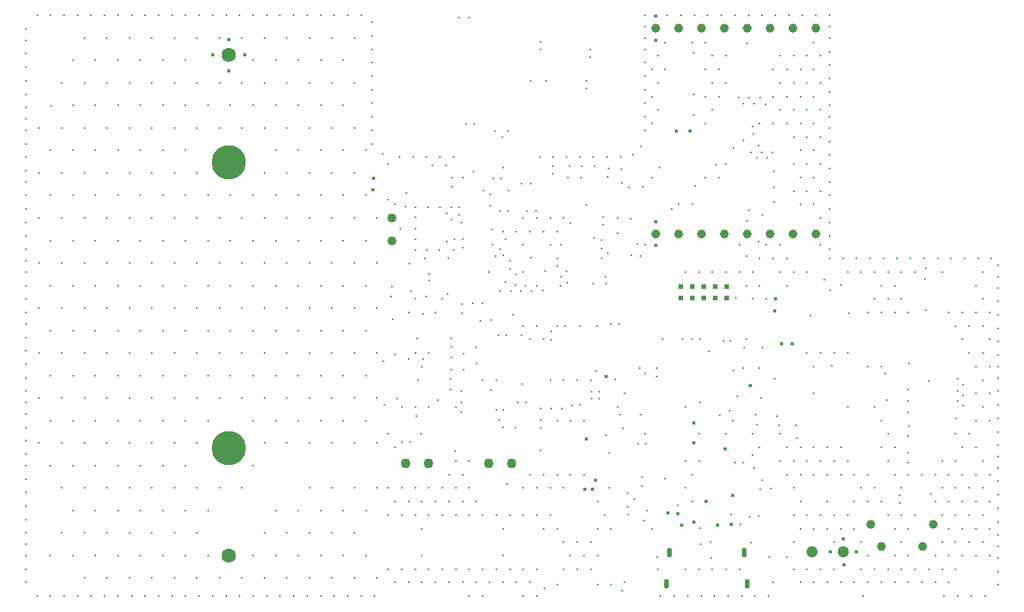
<source format=gbr>
%TF.GenerationSoftware,Altium Limited,Altium Designer,24.7.2 (38)*%
G04 Layer_Color=0*
%FSLAX45Y45*%
%MOMM*%
%TF.SameCoordinates,33B871D1-E8D8-480E-9A2D-2420748CAAD8*%
%TF.FilePolarity,Positive*%
%TF.FileFunction,Plated,1,4,PTH,Drill*%
%TF.Part,Single*%
G01*
G75*
%TA.AperFunction,ComponentDrill*%
%ADD169C,1.00000*%
%ADD170O,0.50000X1.10000*%
%ADD171C,1.60000*%
%ADD172C,3.80000*%
%ADD173C,1.02000*%
%ADD174C,0.60960*%
%ADD175C,1.09000*%
%ADD176C,1.30000*%
%TA.AperFunction,ViaDrill,NotFilled*%
%ADD177C,0.30000*%
%ADD178C,0.40000*%
D169*
X8900000Y6436000D02*
D03*
X8646000D02*
D03*
X8392000D02*
D03*
X8138000D02*
D03*
X7884000D02*
D03*
X7630000D02*
D03*
X7376000D02*
D03*
X7122000D02*
D03*
X8900000Y4150000D02*
D03*
X8646000D02*
D03*
X8392000D02*
D03*
X8138000D02*
D03*
X7884000D02*
D03*
X7630000D02*
D03*
X7376000D02*
D03*
X7122000D02*
D03*
X9505000Y925000D02*
D03*
X9630000Y675000D02*
D03*
X10080000D02*
D03*
X10205000Y925000D02*
D03*
D170*
X8135000Y260000D02*
D03*
X7237000D02*
D03*
X8099000Y605000D02*
D03*
X7273000D02*
D03*
D171*
X2380000Y6135000D02*
D03*
Y575000D02*
D03*
D172*
Y4945000D02*
D03*
Y1765000D02*
D03*
D173*
X4190000Y4327000D02*
D03*
Y4073000D02*
D03*
D174*
X7904000Y3562000D02*
D03*
Y3435000D02*
D03*
X7777000Y3562000D02*
D03*
Y3435000D02*
D03*
X7650000Y3562000D02*
D03*
Y3435000D02*
D03*
X7523000Y3562000D02*
D03*
Y3435000D02*
D03*
X7396000Y3562000D02*
D03*
Y3435000D02*
D03*
D175*
X5269000Y1595000D02*
D03*
X5523000D02*
D03*
X4343000Y1598500D02*
D03*
X4597000D02*
D03*
D176*
X8855000Y615000D02*
D03*
X9205000D02*
D03*
D177*
X5585000Y2275000D02*
D03*
X5677500D02*
D03*
X7710000Y2845000D02*
D03*
X8093750Y2655000D02*
D03*
X8100000Y2890000D02*
D03*
X5290000Y2412500D02*
D03*
X5382219Y2082500D02*
D03*
X5347500Y2195000D02*
D03*
X5430000D02*
D03*
X5480000Y4397549D02*
D03*
X5450000Y3610000D02*
D03*
X5390000Y3510000D02*
D03*
X6170000Y4270000D02*
D03*
X5270000Y3720000D02*
D03*
X6540000Y4330000D02*
D03*
Y4250000D02*
D03*
X4465000Y2127500D02*
D03*
X4897500Y1737500D02*
D03*
X3650000Y2075000D02*
D03*
Y3575000D02*
D03*
X2025000Y6325001D02*
D03*
X2650000Y5575001D02*
D03*
Y6075001D02*
D03*
X1775000Y4325000D02*
D03*
X3525000Y2825000D02*
D03*
X2025000Y3325000D02*
D03*
X3400000Y5075001D02*
D03*
X1025000Y2825000D02*
D03*
X4025000Y1825000D02*
D03*
X3025000Y3325000D02*
D03*
X3525000Y1325000D02*
D03*
X650000Y5575001D02*
D03*
X2025000Y1825000D02*
D03*
X1775000Y4825001D02*
D03*
X525000Y4325000D02*
D03*
X1775000Y5325001D02*
D03*
X1650000Y1575000D02*
D03*
X525000Y5825001D02*
D03*
X3775000Y2825000D02*
D03*
X525000Y5325001D02*
D03*
X2775000Y3325000D02*
D03*
X2650000Y3075000D02*
D03*
X1900000Y1075000D02*
D03*
X1150000Y4575001D02*
D03*
X4025000Y2325000D02*
D03*
X2275000Y325000D02*
D03*
X650000Y3575000D02*
D03*
Y2075000D02*
D03*
X2775000Y3825000D02*
D03*
X3275000Y5825001D02*
D03*
X3775000Y1825000D02*
D03*
Y4325000D02*
D03*
X275000Y3825000D02*
D03*
X3900000Y5075001D02*
D03*
X1150000Y3575000D02*
D03*
X3275000Y825000D02*
D03*
X1900000Y2075000D02*
D03*
X3150000Y4075000D02*
D03*
X1150000Y2075000D02*
D03*
X2025000Y2825000D02*
D03*
X650000Y2575000D02*
D03*
X900000Y1075000D02*
D03*
X2650000Y4075000D02*
D03*
X1025000Y1825000D02*
D03*
X1275000Y4325000D02*
D03*
X3900000Y3075000D02*
D03*
X1400000Y4075000D02*
D03*
X525000Y825000D02*
D03*
X1775000Y3825000D02*
D03*
X2900000Y5575001D02*
D03*
X775000Y1325000D02*
D03*
X3650000Y4075000D02*
D03*
X2525000Y5325001D02*
D03*
X3775000Y325000D02*
D03*
X3900000Y3575000D02*
D03*
X1775000Y325000D02*
D03*
X275000Y5325001D02*
D03*
X2400000Y3075000D02*
D03*
X2025000Y2325000D02*
D03*
X410000Y5570000D02*
D03*
X3400000Y5575001D02*
D03*
X1525000Y4325000D02*
D03*
X3400000Y4575001D02*
D03*
X2525000Y3325000D02*
D03*
X3900000Y2575000D02*
D03*
X3525000Y325000D02*
D03*
X1775000Y6325001D02*
D03*
X3525000Y825000D02*
D03*
X2025000Y5325001D02*
D03*
X2150000Y4575001D02*
D03*
X3025000Y4325000D02*
D03*
X3775000Y5325001D02*
D03*
X900000Y1575000D02*
D03*
X1275000Y325000D02*
D03*
X1650000Y2075000D02*
D03*
X4025000Y2825000D02*
D03*
X1025000Y1325000D02*
D03*
X2275000Y5325001D02*
D03*
X1150000Y1075000D02*
D03*
X2150000D02*
D03*
X1275000Y5325001D02*
D03*
X3400000Y6075001D02*
D03*
X3775000Y4825001D02*
D03*
X2900000Y6075001D02*
D03*
X650000Y575000D02*
D03*
X400000Y2075000D02*
D03*
X2650000Y2575000D02*
D03*
X3525000Y1825000D02*
D03*
X1525000Y325000D02*
D03*
X4025000D02*
D03*
X3525000Y2325000D02*
D03*
X3150000Y1075000D02*
D03*
X2525000Y6325001D02*
D03*
X2150000Y4075000D02*
D03*
X1775000Y1325000D02*
D03*
X2775000Y825000D02*
D03*
X900000Y6075001D02*
D03*
X650000Y4575001D02*
D03*
X1400000Y575000D02*
D03*
X1650000Y1075000D02*
D03*
X1525000Y825000D02*
D03*
X1025000D02*
D03*
X1650000Y5075001D02*
D03*
X775000Y2825000D02*
D03*
X3150000Y6075001D02*
D03*
X2275000Y4325000D02*
D03*
X1400000Y1075000D02*
D03*
X400000Y5075001D02*
D03*
X1150000Y2575000D02*
D03*
X3900000Y2075000D02*
D03*
X2025000Y5825001D02*
D03*
X2275000Y3325000D02*
D03*
X2900000Y1075000D02*
D03*
X3525000Y4325000D02*
D03*
X900000Y2075000D02*
D03*
X1650000Y6075001D02*
D03*
X1525000Y3325000D02*
D03*
X3525000D02*
D03*
X1525000Y2325000D02*
D03*
X4025000Y1325000D02*
D03*
X1150000Y575000D02*
D03*
X3275000Y2825000D02*
D03*
X1900000Y4575001D02*
D03*
X4025000Y4325000D02*
D03*
X3150000Y2575000D02*
D03*
X1400000Y6075001D02*
D03*
X2525000Y2325000D02*
D03*
X3150000Y4575001D02*
D03*
X2650000Y1575000D02*
D03*
X3650000Y575000D02*
D03*
X650000Y4075000D02*
D03*
X1275000Y2325000D02*
D03*
X2025000Y825000D02*
D03*
X2275000Y2825000D02*
D03*
X3275000Y4325000D02*
D03*
X1525000Y2825000D02*
D03*
X3775000Y825000D02*
D03*
X3025000Y2825000D02*
D03*
X3400000Y3575000D02*
D03*
X1275000Y1325000D02*
D03*
X775000Y1825000D02*
D03*
X2775000Y4825001D02*
D03*
X1400000Y5575001D02*
D03*
X1900000Y3575000D02*
D03*
X900000Y3075000D02*
D03*
X1400000Y3575000D02*
D03*
X2150000Y575000D02*
D03*
X775000Y325000D02*
D03*
X2900000Y575000D02*
D03*
X1025000Y5825001D02*
D03*
X2400000Y5575001D02*
D03*
X2525000Y4325000D02*
D03*
X650000Y3075000D02*
D03*
X1775000Y1825000D02*
D03*
X3275000Y3825000D02*
D03*
X3400000Y2575000D02*
D03*
X3025000Y4825001D02*
D03*
X275000Y2325000D02*
D03*
X525000Y4825001D02*
D03*
X3900000Y1075000D02*
D03*
X1525000Y5825001D02*
D03*
X1650000Y4075000D02*
D03*
X2900000Y3075000D02*
D03*
X775000Y3825000D02*
D03*
X3650000Y4575001D02*
D03*
X2900000Y2075000D02*
D03*
X1900000Y6075001D02*
D03*
X650000Y1575000D02*
D03*
X1275000Y2825000D02*
D03*
X2650000Y3575000D02*
D03*
X2400000D02*
D03*
X3025000Y2325000D02*
D03*
X775000Y6325001D02*
D03*
X1025000Y2325000D02*
D03*
Y4325000D02*
D03*
X3025000Y825000D02*
D03*
X2650000Y2075000D02*
D03*
X3525000Y6325001D02*
D03*
X3400000Y575000D02*
D03*
X3775000Y2325000D02*
D03*
X2150000Y3075000D02*
D03*
X3150000Y5075001D02*
D03*
X3775000Y6325001D02*
D03*
X775000Y5825001D02*
D03*
X2525000Y2825000D02*
D03*
X1400000Y3075000D02*
D03*
X3275000Y1325000D02*
D03*
X3400000Y2075000D02*
D03*
X2525000Y325000D02*
D03*
X1900000Y2575000D02*
D03*
X3150000Y2075000D02*
D03*
X10680000Y870000D02*
D03*
X3525000Y5825001D02*
D03*
X4025000Y3325000D02*
D03*
X3900000Y575000D02*
D03*
X2775000Y1825000D02*
D03*
X3275000Y5325001D02*
D03*
X3025000Y1825000D02*
D03*
X1650000Y3075000D02*
D03*
X1900000D02*
D03*
X900000Y4575001D02*
D03*
Y575000D02*
D03*
X525000Y2325000D02*
D03*
X3150000Y3075000D02*
D03*
X1400000Y4575001D02*
D03*
X2525000Y1325000D02*
D03*
X1775000Y5825001D02*
D03*
X2650000Y575000D02*
D03*
X650000Y1075000D02*
D03*
X2400000Y4075000D02*
D03*
X1275000Y4825001D02*
D03*
X1150000Y5075001D02*
D03*
X3525000Y4825001D02*
D03*
X3150000Y5575001D02*
D03*
X525000Y3825000D02*
D03*
X2775000Y4325000D02*
D03*
X3775000Y1325000D02*
D03*
X1025000Y3825000D02*
D03*
X2775000Y2825000D02*
D03*
X3650000Y6075001D02*
D03*
X1900000Y5575001D02*
D03*
X1525000Y6325001D02*
D03*
X3275000Y4825001D02*
D03*
X3775000Y3825000D02*
D03*
X1150000Y4075000D02*
D03*
X775000Y4825001D02*
D03*
X2400000Y2575000D02*
D03*
X3275000Y3325000D02*
D03*
X3025000Y6325001D02*
D03*
X2900000Y4075000D02*
D03*
X1650000Y3575000D02*
D03*
X2275000Y6325001D02*
D03*
X1775000Y3325000D02*
D03*
X2025000Y325000D02*
D03*
X3275000Y2325000D02*
D03*
X2900000Y2575000D02*
D03*
X275000Y2825000D02*
D03*
X775000Y5325001D02*
D03*
X3025000D02*
D03*
X3650000Y1075000D02*
D03*
X3275000Y325000D02*
D03*
X275000Y4825001D02*
D03*
X3400000Y4075000D02*
D03*
X1900000Y575000D02*
D03*
X1150000Y3075000D02*
D03*
X2150000Y2575000D02*
D03*
X2025000Y4825001D02*
D03*
X2275000Y2325000D02*
D03*
X3650000Y5575001D02*
D03*
X1275000Y1825000D02*
D03*
X900000Y5575001D02*
D03*
X2150000Y2075000D02*
D03*
X900000Y5075001D02*
D03*
X2775000Y5825001D02*
D03*
X3525000Y5325001D02*
D03*
X1525000Y1325000D02*
D03*
X1025000Y4825001D02*
D03*
X650000Y5075001D02*
D03*
X1400000Y1575000D02*
D03*
X3025000Y3825000D02*
D03*
X1900000Y1575000D02*
D03*
X1150000D02*
D03*
X525000Y1825000D02*
D03*
X1025000Y5325001D02*
D03*
X1150000Y5575001D02*
D03*
X1900000Y5075001D02*
D03*
X775000Y3325000D02*
D03*
X1025000Y6325001D02*
D03*
X1650000Y5575001D02*
D03*
X525000Y1325000D02*
D03*
X400000Y3075000D02*
D03*
X775000Y4325000D02*
D03*
X1650000Y2575000D02*
D03*
X3900000Y4075000D02*
D03*
X2150000Y5575001D02*
D03*
X2275000Y1325000D02*
D03*
X3900000Y4575001D02*
D03*
X4025000Y3825000D02*
D03*
X3025000Y5825001D02*
D03*
X1025000Y325000D02*
D03*
X1150000Y6075001D02*
D03*
X3400000Y1075000D02*
D03*
X400000Y575000D02*
D03*
X2150000Y3575000D02*
D03*
X2025000Y3825000D02*
D03*
X1775000Y2325000D02*
D03*
X3275000Y6325001D02*
D03*
X900000Y2575000D02*
D03*
X400000D02*
D03*
X2400000Y4575001D02*
D03*
X3275000Y1825000D02*
D03*
X2025000Y4325000D02*
D03*
X2775000Y5325001D02*
D03*
X2650000Y4575001D02*
D03*
X2525000Y5825001D02*
D03*
X2275000Y3825000D02*
D03*
X775000Y2325000D02*
D03*
X2775000Y6325001D02*
D03*
X3025000Y325000D02*
D03*
X525000Y3325000D02*
D03*
X1275000Y825000D02*
D03*
X775000D02*
D03*
X3775000Y3325000D02*
D03*
X3525000Y3825000D02*
D03*
X400000Y4575001D02*
D03*
X1400000Y2075000D02*
D03*
X1775000Y825000D02*
D03*
X1650000Y4575001D02*
D03*
X400000Y4075000D02*
D03*
X2900000Y4575001D02*
D03*
X1525000Y3825000D02*
D03*
X1275000D02*
D03*
X1025000Y3325000D02*
D03*
X1275000Y5825001D02*
D03*
X900000Y3575000D02*
D03*
X275000Y1825000D02*
D03*
X900000Y4075000D02*
D03*
X2900000Y3575000D02*
D03*
X2775000Y325000D02*
D03*
Y2325000D02*
D03*
X1525000Y4825001D02*
D03*
X1400000Y5075001D02*
D03*
X3650000Y3075000D02*
D03*
X2275000Y5825001D02*
D03*
X400000Y1575000D02*
D03*
X3775000Y5825001D02*
D03*
X525000Y2825000D02*
D03*
X1525000Y1825000D02*
D03*
X1900000Y4075000D02*
D03*
X2525000Y3825000D02*
D03*
X1400000Y2575000D02*
D03*
X1275000Y6325001D02*
D03*
X2025000Y1325000D02*
D03*
X1275000Y3325000D02*
D03*
X3650000Y5075001D02*
D03*
X275000Y3325000D02*
D03*
X3150000Y3575000D02*
D03*
X650000Y6075001D02*
D03*
X1650000Y575000D02*
D03*
X3150000D02*
D03*
X3400000Y3075000D02*
D03*
X275000Y4325000D02*
D03*
X400000Y3575000D02*
D03*
X2900000Y5075001D02*
D03*
X3650000Y2575000D02*
D03*
X1775000Y2825000D02*
D03*
X1525000Y5325001D02*
D03*
X4610000Y3710000D02*
D03*
X4183609Y3451391D02*
D03*
X4403891Y3516109D02*
D03*
X4610000Y3629600D02*
D03*
X4200000Y3200000D02*
D03*
X4449995Y3424997D02*
D03*
X4374995Y3274997D02*
D03*
X4573605Y3451387D02*
D03*
X4190000Y3560000D02*
D03*
X4538887Y3261105D02*
D03*
X4810000Y3480000D02*
D03*
X4674995Y3274997D02*
D03*
X4749995Y3424997D02*
D03*
X5280000Y4585000D02*
D03*
X6129670Y3732770D02*
D03*
X6074670Y4024997D02*
D03*
X5733890Y3883891D02*
D03*
X5889101Y3728680D02*
D03*
X5865718Y3518632D02*
D03*
X5800000Y3570000D02*
D03*
X5649995Y4024997D02*
D03*
X8000000Y1610000D02*
D03*
X8280000Y1310000D02*
D03*
X6940523Y2660566D02*
D03*
X8290000Y2330000D02*
D03*
X9324994Y1474997D02*
D03*
X9174994D02*
D03*
X8724994D02*
D03*
X7449994Y1624997D02*
D03*
X8574994Y1474997D02*
D03*
X8874994D02*
D03*
X9474994D02*
D03*
X9024994D02*
D03*
X7524994D02*
D03*
X6999995Y1924997D02*
D03*
X8274994Y1774997D02*
D03*
X8949994Y6124996D02*
D03*
X5724995Y274998D02*
D03*
X8499994Y1924997D02*
D03*
X7674994Y5674996D02*
D03*
X8499994Y4024997D02*
D03*
X8649994Y5824996D02*
D03*
X5424995Y274998D02*
D03*
X9549994Y3724997D02*
D03*
X7524994Y6274996D02*
D03*
X9024994Y1174997D02*
D03*
X10824993Y2074997D02*
D03*
X10449994Y1324997D02*
D03*
X6699995Y2224997D02*
D03*
X8949994Y5524996D02*
D03*
X9999994Y1024997D02*
D03*
X10599994Y2824997D02*
D03*
X8799994Y6124996D02*
D03*
X4449995Y424998D02*
D03*
X9924994Y3274997D02*
D03*
X5949995Y4024997D02*
D03*
X9624994Y2674997D02*
D03*
X5874995Y874997D02*
D03*
X8724994Y1774997D02*
D03*
X8874994Y4774996D02*
D03*
X7149995Y6124996D02*
D03*
X8874994Y1774997D02*
D03*
X9474994Y2674997D02*
D03*
X6624995Y874997D02*
D03*
X5049995Y1624997D02*
D03*
X9249994Y1024997D02*
D03*
X9774994Y1474997D02*
D03*
X10749993Y3424997D02*
D03*
X4599995Y1324997D02*
D03*
X7449994Y3724997D02*
D03*
X8874994Y5974996D02*
D03*
X7524994Y1174997D02*
D03*
X4749995Y1024997D02*
D03*
X5124995Y274998D02*
D03*
X10224994D02*
D03*
X10599994Y1024997D02*
D03*
Y1924997D02*
D03*
X8424994Y5974996D02*
D03*
X8949994Y2824997D02*
D03*
X9324994Y1174997D02*
D03*
X8874994Y5374996D02*
D03*
X8649994Y6124996D02*
D03*
X5949995Y1324997D02*
D03*
X9549994Y3424997D02*
D03*
X8799994Y2824997D02*
D03*
X4599995Y424998D02*
D03*
X10374993Y874997D02*
D03*
X4824995Y1174997D02*
D03*
X9699994Y3424997D02*
D03*
X4299995Y1024997D02*
D03*
X9174994Y274998D02*
D03*
X9624994Y2074997D02*
D03*
X9474994Y3274997D02*
D03*
X10149994Y424998D02*
D03*
X8649994Y5224996D02*
D03*
X5649995Y424998D02*
D03*
X4599995Y2224997D02*
D03*
X8499994Y5824996D02*
D03*
X5424995Y874997D02*
D03*
X9474994Y1174997D02*
D03*
X10374993Y574998D02*
D03*
X10524993Y2974997D02*
D03*
X6024995Y4174996D02*
D03*
X7824994Y5674996D02*
D03*
X9249994Y2224997D02*
D03*
X9624994Y3574997D02*
D03*
X9699994Y1024997D02*
D03*
X9474994Y574998D02*
D03*
X7749994Y6124996D02*
D03*
X10524993Y874997D02*
D03*
X10749993Y2824997D02*
D03*
X5049995Y424998D02*
D03*
X9174994Y1774997D02*
D03*
X5649995Y1324997D02*
D03*
X8799994Y3724997D02*
D03*
X4524995Y274998D02*
D03*
X7674994Y5974996D02*
D03*
X8799994Y424998D02*
D03*
X7749994Y5524996D02*
D03*
X8874994Y2374997D02*
D03*
X6024995Y2074997D02*
D03*
X9849994Y1324997D02*
D03*
X7899994Y424998D02*
D03*
X10299994Y3724997D02*
D03*
X8499994Y1624997D02*
D03*
X10299994Y1024997D02*
D03*
X10074994Y1474997D02*
D03*
X6399995Y424998D02*
D03*
X8649994Y1324997D02*
D03*
X5349995Y2524997D02*
D03*
X8349994Y3424997D02*
D03*
X8199994Y3724997D02*
D03*
X9324994Y874997D02*
D03*
X10674993Y574998D02*
D03*
X7449994Y424998D02*
D03*
X6249995D02*
D03*
X6099995Y4324996D02*
D03*
X9549994Y1324997D02*
D03*
X5649995Y3724997D02*
D03*
X8649994Y4624996D02*
D03*
X9324994Y274998D02*
D03*
X8799994Y5524996D02*
D03*
X8649994Y3724997D02*
D03*
X10824993Y2974997D02*
D03*
X9774994Y574998D02*
D03*
X5349995Y1024997D02*
D03*
X9699994Y424998D02*
D03*
X4224995Y1774997D02*
D03*
X9924994Y874997D02*
D03*
X8649994Y1624997D02*
D03*
X10749993Y1024997D02*
D03*
X8949994Y424998D02*
D03*
X9549994Y2224997D02*
D03*
X7899994Y5824996D02*
D03*
X8124994Y3574997D02*
D03*
X9699994Y1624997D02*
D03*
X4974995Y1174997D02*
D03*
Y1474997D02*
D03*
X9099994Y1624997D02*
D03*
X4824995Y274998D02*
D03*
X4899995Y1624997D02*
D03*
X7599994Y424998D02*
D03*
X10449994Y1924997D02*
D03*
X10749993Y2224997D02*
D03*
X4149996Y424998D02*
D03*
X4899995Y2224997D02*
D03*
X10599994Y3124997D02*
D03*
X4749995Y1324997D02*
D03*
X9999994Y424998D02*
D03*
X9849994Y1024997D02*
D03*
X4524995Y1174997D02*
D03*
X8724994Y874997D02*
D03*
X8874994Y4474996D02*
D03*
X8424994Y5674996D02*
D03*
X8724994Y5974996D02*
D03*
X7749994Y5824996D02*
D03*
X10374993Y3274997D02*
D03*
X5199995Y1024997D02*
D03*
X10749993Y2524997D02*
D03*
X4299995Y424998D02*
D03*
X8724994Y1174997D02*
D03*
X4674995D02*
D03*
X7074994Y874997D02*
D03*
X8424994Y5374996D02*
D03*
X9474994Y274998D02*
D03*
X8724994Y4774996D02*
D03*
X9849994Y3424997D02*
D03*
X10524993Y1174997D02*
D03*
X7449994Y1324997D02*
D03*
X8349994Y4024997D02*
D03*
X8799994Y1624997D02*
D03*
X7824994Y5974996D02*
D03*
X8874994Y274998D02*
D03*
X10224994Y1474997D02*
D03*
X8574994Y5374996D02*
D03*
X4149996Y1924997D02*
D03*
X9774994Y274998D02*
D03*
X10824993Y574998D02*
D03*
X6324995Y1474997D02*
D03*
X6774995Y2374997D02*
D03*
X9024994Y1774997D02*
D03*
X9399994Y424998D02*
D03*
X10074994Y274998D02*
D03*
X9924994D02*
D03*
X7074994Y5974996D02*
D03*
X7824994Y4774996D02*
D03*
X5499995Y424998D02*
D03*
X7599994Y3724997D02*
D03*
X7674994Y5374996D02*
D03*
X6474995Y574998D02*
D03*
X10374993Y274998D02*
D03*
X8724994Y5374996D02*
D03*
X10299994Y1624997D02*
D03*
X9249994Y2824997D02*
D03*
X10449994Y3124997D02*
D03*
X10674993Y3274997D02*
D03*
X8649994Y5524996D02*
D03*
X4149996Y1024997D02*
D03*
X5199995Y2524997D02*
D03*
X7599994Y1924997D02*
D03*
X7224994Y5974996D02*
D03*
X8049994Y3724997D02*
D03*
X6399995Y724998D02*
D03*
X8874994Y2674997D02*
D03*
X8274994Y5374996D02*
D03*
X8949994Y4624996D02*
D03*
X5424995Y574998D02*
D03*
X7899994Y3724997D02*
D03*
X8949994Y1624997D02*
D03*
X10524993Y3274997D02*
D03*
Y574998D02*
D03*
X10599994Y724998D02*
D03*
X4449995Y1324997D02*
D03*
X6099995Y2524997D02*
D03*
X6399995D02*
D03*
X5724995Y4174996D02*
D03*
X9249994Y1624997D02*
D03*
X10749993Y1324997D02*
D03*
X5274995Y274998D02*
D03*
X10674993Y1174997D02*
D03*
X10299994Y1324997D02*
D03*
X8499994Y6124996D02*
D03*
X9924994Y1474997D02*
D03*
X6474995Y1174997D02*
D03*
X10224994D02*
D03*
X9024994Y274998D02*
D03*
X9249994Y3724997D02*
D03*
X6099995Y424998D02*
D03*
X6999995Y4024997D02*
D03*
X8799994Y5224996D02*
D03*
X10449994Y1024997D02*
D03*
X10674993Y2674997D02*
D03*
X8799994Y4624996D02*
D03*
X9024994Y874997D02*
D03*
X8949994Y1024997D02*
D03*
X5724995Y1474997D02*
D03*
X4149996Y1324997D02*
D03*
X5874995Y1474997D02*
D03*
X4974995Y274998D02*
D03*
X8949994Y4924996D02*
D03*
X6249995Y724998D02*
D03*
X5799995Y1324997D02*
D03*
X9849994Y3724997D02*
D03*
X7524994Y4474996D02*
D03*
X9774994Y874997D02*
D03*
X7674994Y4774996D02*
D03*
X10299994Y724998D02*
D03*
X5349995Y424998D02*
D03*
X5574995Y4174996D02*
D03*
X6024995Y874997D02*
D03*
X9549994Y424998D02*
D03*
X4824995Y1474997D02*
D03*
X7074994Y5674996D02*
D03*
X9999994Y3724997D02*
D03*
X8874994Y6274996D02*
D03*
X4599995Y2824997D02*
D03*
X9624994Y1774997D02*
D03*
X10449994Y1624997D02*
D03*
X4374995Y1174997D02*
D03*
X7599994Y1624997D02*
D03*
X5799995Y3124997D02*
D03*
X4224995Y274998D02*
D03*
X7074994Y4774996D02*
D03*
X8949994Y4324996D02*
D03*
X4899995Y424998D02*
D03*
X8424994Y274998D02*
D03*
X6699995Y4324996D02*
D03*
X4974995Y4774996D02*
D03*
X8649994Y424998D02*
D03*
X4749995D02*
D03*
X10524993Y1474997D02*
D03*
X9774994Y3274997D02*
D03*
X10299994Y424998D02*
D03*
X5049995Y1024997D02*
D03*
X9624994Y3274997D02*
D03*
X10824993Y2674997D02*
D03*
X9099994Y424998D02*
D03*
X4524995Y874997D02*
D03*
X9399994Y1324997D02*
D03*
X5499995Y1024997D02*
D03*
X8499994Y3724997D02*
D03*
X10599994Y1324997D02*
D03*
X10824993Y874997D02*
D03*
X8499994Y5524996D02*
D03*
X8049994Y4024997D02*
D03*
X9099994Y2824997D02*
D03*
X5649995Y3124997D02*
D03*
X6774995Y274998D02*
D03*
X8724994Y4474996D02*
D03*
X8874994Y5674996D02*
D03*
X8049994Y424998D02*
D03*
X8274994Y3574997D02*
D03*
X8874994Y874997D02*
D03*
X8649994Y4924996D02*
D03*
X8949994Y5824996D02*
D03*
X9774994Y3574997D02*
D03*
X8124994Y2974997D02*
D03*
X8724994Y5074996D02*
D03*
X6099995Y724998D02*
D03*
X6249995Y2524997D02*
D03*
X10449994Y424998D02*
D03*
X8424994Y3874997D02*
D03*
X8574994D02*
D03*
X7749994Y3724997D02*
D03*
X8649994Y1024997D02*
D03*
X7524994Y2974997D02*
D03*
X7749994Y424998D02*
D03*
X4524995Y2674997D02*
D03*
X6324995Y574998D02*
D03*
X8574994Y3574997D02*
D03*
X6324995Y2074997D02*
D03*
X9849994Y724998D02*
D03*
X10524993Y1774997D02*
D03*
X5199995Y424998D02*
D03*
X9174994Y874997D02*
D03*
X9624994Y274998D02*
D03*
X10374993Y1474997D02*
D03*
X10674993Y2074997D02*
D03*
X7674994Y6274996D02*
D03*
X8199994Y3424997D02*
D03*
X6549995Y1024997D02*
D03*
X9849994Y424998D02*
D03*
X5049995Y1324997D02*
D03*
X7899994Y1924997D02*
D03*
X5124995Y1174997D02*
D03*
X10749993Y3124997D02*
D03*
X9774994Y1774997D02*
D03*
X9624994Y1174997D02*
D03*
X5799995Y1024997D02*
D03*
X9399994Y3724997D02*
D03*
X10749993Y724998D02*
D03*
X9399994D02*
D03*
X10824993Y1174997D02*
D03*
X6174995Y1474997D02*
D03*
X8799994Y5824996D02*
D03*
X10824993Y2374997D02*
D03*
X10449994Y724998D02*
D03*
X5649995Y4324996D02*
D03*
X9099994Y1024997D02*
D03*
X5424995Y4174996D02*
D03*
X6174995Y574998D02*
D03*
X8649994Y724998D02*
D03*
X8949994Y4024997D02*
D03*
X10824993Y1474997D02*
D03*
X4899995Y1324997D02*
D03*
X4149996Y4924996D02*
D03*
X8274994Y3874997D02*
D03*
X5799995Y424998D02*
D03*
X10374993Y1174997D02*
D03*
X10674993Y1774997D02*
D03*
X6174995Y2074997D02*
D03*
X7149995Y5524996D02*
D03*
X9099994Y724998D02*
D03*
X4449995Y1024997D02*
D03*
X9924994Y574998D02*
D03*
X8799994Y4924996D02*
D03*
X5874995Y4174996D02*
D03*
X6024995Y1474997D02*
D03*
X4374995Y274998D02*
D03*
X5724995Y2974997D02*
D03*
X9699994Y1924997D02*
D03*
X4224995Y1174997D02*
D03*
X8724994Y5674996D02*
D03*
X7149995Y424998D02*
D03*
X6099995Y1324997D02*
D03*
X8574994Y1774997D02*
D03*
X7449994Y2224997D02*
D03*
X10749993Y3724997D02*
D03*
X8574994Y5974996D02*
D03*
X7149995Y5824996D02*
D03*
X8874994Y5074996D02*
D03*
X7899994Y6124996D02*
D03*
X7074994Y5374996D02*
D03*
X4224995Y4474996D02*
D03*
X5949995Y1024997D02*
D03*
X8724994Y274998D02*
D03*
X10674993Y3574997D02*
D03*
X7374994Y4474996D02*
D03*
X9699994Y3724997D02*
D03*
X7224994Y6274996D02*
D03*
X6024995Y3874997D02*
D03*
X4524995Y574998D02*
D03*
X5799995Y4324996D02*
D03*
X5874995Y2974997D02*
D03*
X10749993Y1624997D02*
D03*
X4674995Y274998D02*
D03*
X5949995Y4324996D02*
D03*
X10224994Y574998D02*
D03*
X4299995Y1324997D02*
D03*
X10674993Y2374997D02*
D03*
X8949994Y5224996D02*
D03*
X5649995Y1024997D02*
D03*
X4899995D02*
D03*
X4599995D02*
D03*
X5949995Y2524997D02*
D03*
X7899994Y4924996D02*
D03*
X4299995Y2224997D02*
D03*
X10824993Y3274997D02*
D03*
X8799994Y1024997D02*
D03*
X6474995Y874997D02*
D03*
X7974994Y2074997D02*
D03*
X8199994Y1924997D02*
D03*
X4449995Y2224997D02*
D03*
Y2824997D02*
D03*
X5574995Y274998D02*
D03*
X10674993Y1474997D02*
D03*
X8574994Y5674996D02*
D03*
X5120000Y2890000D02*
D03*
X5290000Y3190000D02*
D03*
X5170000Y3180000D02*
D03*
X5538783Y3249949D02*
D03*
X5210000Y4630000D02*
D03*
X5280000Y4460000D02*
D03*
X4970000Y3370000D02*
D03*
X6461053Y2620633D02*
D03*
X8445325Y2534675D02*
D03*
X6955000Y2140000D02*
D03*
X8470000Y2120000D02*
D03*
X7980000Y2630000D02*
D03*
X8250000Y2030000D02*
D03*
X6925000Y1820000D02*
D03*
X5430000Y2000000D02*
D03*
X5560000D02*
D03*
X7000000Y2600000D02*
D03*
X8230000Y2140000D02*
D03*
X5840000Y1740000D02*
D03*
X6818118Y1030000D02*
D03*
X7220000Y1430000D02*
D03*
X7010000Y1820000D02*
D03*
X5200000Y125000D02*
D03*
X5430000Y4883800D02*
D03*
X5630000Y4710000D02*
D03*
X5730000D02*
D03*
X5980000Y4900000D02*
D03*
X5979726Y4812487D02*
D03*
X4700000Y2300000D02*
D03*
X4390000Y3820000D02*
D03*
X4280000Y4210000D02*
D03*
X5100000Y4840000D02*
D03*
X4790000Y4910000D02*
D03*
X4640000D02*
D03*
X4552500Y3872500D02*
D03*
X4817500Y3877500D02*
D03*
X4977500Y3995000D02*
D03*
X4346148Y4449606D02*
D03*
X6030000Y3125000D02*
D03*
X4797500Y4375000D02*
D03*
X4855412Y4310000D02*
D03*
X4350000Y4602500D02*
D03*
X4961602Y4277499D02*
D03*
X4940000Y4355000D02*
D03*
X4937500Y4442500D02*
D03*
X4585000Y4440000D02*
D03*
X4855000D02*
D03*
X4455000D02*
D03*
X4725000D02*
D03*
X4802500Y4062500D02*
D03*
X4980000Y4086000D02*
D03*
X4883827D02*
D03*
X5300000Y4200000D02*
D03*
X4860000Y4670000D02*
D03*
Y4770000D02*
D03*
X5490000Y4630000D02*
D03*
X4580000Y3970000D02*
D03*
X4720000D02*
D03*
X4450000Y4088750D02*
D03*
X4880000Y3970000D02*
D03*
X4450000Y4330000D02*
D03*
X4451250Y4206250D02*
D03*
X4455000Y3967500D02*
D03*
X5390000Y4400000D02*
D03*
X7540000Y5696350D02*
D03*
X8840000Y3240000D02*
D03*
X4150000Y4530000D02*
D03*
X6350000Y4465000D02*
D03*
X6147359Y4772641D02*
D03*
X6295000Y4775000D02*
D03*
X6807500Y1117500D02*
D03*
X8180000Y5050000D02*
D03*
X8242637Y4992816D02*
D03*
X8207219Y5260000D02*
D03*
X8200000Y5340000D02*
D03*
X8090000Y5190000D02*
D03*
X8340000Y5590000D02*
D03*
X8043214Y5667023D02*
D03*
X8157161Y5662395D02*
D03*
X6588068Y3931932D02*
D03*
X8096257Y5593743D02*
D03*
X8212825Y5597175D02*
D03*
X6747500Y4712500D02*
D03*
X6820000Y4660000D02*
D03*
X8360000Y4990000D02*
D03*
X8420000Y5050000D02*
D03*
X8300000D02*
D03*
X8262499Y5130714D02*
D03*
X6980000Y4670000D02*
D03*
X5570000Y3700000D02*
D03*
X5201053Y3380633D02*
D03*
X5631053Y3020633D02*
D03*
X5391053Y3980632D02*
D03*
X5500000Y3760000D02*
D03*
Y3850000D02*
D03*
X8490000Y2020000D02*
D03*
X8270000Y2660000D02*
D03*
X4541053Y2760633D02*
D03*
X4381053D02*
D03*
X10460000Y2100000D02*
D03*
X4511053Y1930632D02*
D03*
X6601053Y1720633D02*
D03*
X5471053Y1370633D02*
D03*
X8060000Y920000D02*
D03*
X8200000Y1690000D02*
D03*
X8211053Y1550632D02*
D03*
X9670000Y2600000D02*
D03*
X8181053Y720633D02*
D03*
X6671053Y2530632D02*
D03*
X6571053Y1910632D02*
D03*
X6720000Y2140000D02*
D03*
X6881053Y1200632D02*
D03*
X7031053Y1070632D02*
D03*
X6990000Y960000D02*
D03*
X4990000Y2640000D02*
D03*
X4850000D02*
D03*
X4970000Y3270000D02*
D03*
X4850000Y2985000D02*
D03*
X5090000Y3380000D02*
D03*
X5430000Y3910000D02*
D03*
X5450000Y4090000D02*
D03*
X6060000Y3570000D02*
D03*
X6030000Y3790000D02*
D03*
X6430000Y3600000D02*
D03*
X8310000Y2890000D02*
D03*
X7610000Y2980000D02*
D03*
X7420000D02*
D03*
X7200000D02*
D03*
X6470000Y3120000D02*
D03*
X6280000D02*
D03*
X5960000Y2970000D02*
D03*
X8010000Y3440000D02*
D03*
X7160000Y4880000D02*
D03*
X6700000Y4160000D02*
D03*
X6840000Y4320000D02*
D03*
X8260000Y4060000D02*
D03*
X8140000Y4290000D02*
D03*
X8310000Y4360000D02*
D03*
X8430000Y4500000D02*
D03*
Y4660000D02*
D03*
Y4840000D02*
D03*
X6850000Y3910000D02*
D03*
X6920000Y4040000D02*
D03*
X7300000Y4430000D02*
D03*
X7560000Y4680000D02*
D03*
X7790000Y4920000D02*
D03*
X7980000Y5100000D02*
D03*
X4990000Y2820000D02*
D03*
X5130000Y2710000D02*
D03*
X7130000Y2660000D02*
D03*
Y2560000D02*
D03*
X8155000Y4413543D02*
D03*
X9690000Y2300000D02*
D03*
X8090000Y1610000D02*
D03*
X4840000Y2420000D02*
D03*
X7370000Y1130000D02*
D03*
X7610000Y2280000D02*
D03*
X8680000Y2020000D02*
D03*
X8690000Y1880000D02*
D03*
X7960000Y1035000D02*
D03*
X8030000Y2340000D02*
D03*
X5840000Y1990000D02*
D03*
X3975000Y5600000D02*
D03*
Y5450000D02*
D03*
Y5300000D02*
D03*
Y5150000D02*
D03*
X4086502Y5037265D02*
D03*
X3975000Y6350000D02*
D03*
Y6200000D02*
D03*
Y6050000D02*
D03*
Y5900000D02*
D03*
Y5750000D02*
D03*
X3250001Y6575000D02*
D03*
X3400001D02*
D03*
X3550001D02*
D03*
X3700001D02*
D03*
X3850001D02*
D03*
X3975000Y6500000D02*
D03*
X2650001Y6575000D02*
D03*
X2800000D02*
D03*
X2950000D02*
D03*
X3100001D02*
D03*
X1900000D02*
D03*
X2050000D02*
D03*
X2200000D02*
D03*
X2350000D02*
D03*
X2500001D02*
D03*
X1150000D02*
D03*
X1300000D02*
D03*
X1450000D02*
D03*
X1600000D02*
D03*
X1750000D02*
D03*
X250000D02*
D03*
X400000D02*
D03*
X550000D02*
D03*
X700000D02*
D03*
X850000D02*
D03*
X1000000D02*
D03*
X125000Y6425001D02*
D03*
Y6300001D02*
D03*
Y6150001D02*
D03*
Y6000000D02*
D03*
Y5850000D02*
D03*
Y5700001D02*
D03*
Y5550001D02*
D03*
Y5425001D02*
D03*
Y5300001D02*
D03*
Y5150001D02*
D03*
Y5000000D02*
D03*
Y4850000D02*
D03*
Y4725000D02*
D03*
Y4575001D02*
D03*
Y4425000D02*
D03*
Y4275000D02*
D03*
Y4125000D02*
D03*
Y3975000D02*
D03*
Y3850000D02*
D03*
Y3725000D02*
D03*
Y3575000D02*
D03*
Y3425000D02*
D03*
Y3275000D02*
D03*
Y3150000D02*
D03*
Y3000000D02*
D03*
Y2850000D02*
D03*
Y2700000D02*
D03*
Y2550000D02*
D03*
Y2400000D02*
D03*
Y2275000D02*
D03*
Y2150000D02*
D03*
Y2000000D02*
D03*
Y1850000D02*
D03*
Y1700000D02*
D03*
Y1575000D02*
D03*
Y1425000D02*
D03*
Y1275000D02*
D03*
Y1125000D02*
D03*
Y975000D02*
D03*
Y825000D02*
D03*
Y700000D02*
D03*
Y575000D02*
D03*
Y425000D02*
D03*
Y275000D02*
D03*
X6744546Y188008D02*
D03*
X6475000Y250000D02*
D03*
X6625000D02*
D03*
X6025000D02*
D03*
X5884947Y210496D02*
D03*
X699999Y125000D02*
D03*
X549999D02*
D03*
X399999D02*
D03*
X249999D02*
D03*
X1600000D02*
D03*
X1449999D02*
D03*
X1299999D02*
D03*
X1149999D02*
D03*
X999999D02*
D03*
X849999D02*
D03*
X2350000D02*
D03*
X2200000D02*
D03*
X2049999D02*
D03*
X1900000D02*
D03*
X1750000D02*
D03*
X3250000D02*
D03*
X3100000D02*
D03*
X2950000D02*
D03*
X2800000D02*
D03*
X2650000D02*
D03*
X2500000D02*
D03*
X4000000D02*
D03*
X3850000D02*
D03*
X3700000D02*
D03*
X3550000D02*
D03*
X3400000D02*
D03*
X5800000D02*
D03*
X5650000D02*
D03*
X5050000D02*
D03*
X7475000D02*
D03*
X7325000D02*
D03*
X7174999D02*
D03*
X8375000D02*
D03*
X8225000D02*
D03*
X8075000D02*
D03*
X7925000D02*
D03*
X7774999D02*
D03*
X7624999D02*
D03*
X9425000D02*
D03*
X10775000D02*
D03*
X10625000D02*
D03*
X10475000D02*
D03*
X10325000D02*
D03*
X10925000Y250000D02*
D03*
Y400000D02*
D03*
Y550000D02*
D03*
Y675000D02*
D03*
Y800000D02*
D03*
Y950000D02*
D03*
Y1100000D02*
D03*
Y1250000D02*
D03*
Y1400000D02*
D03*
Y1550000D02*
D03*
Y1675000D02*
D03*
Y1800000D02*
D03*
Y1950000D02*
D03*
Y2100000D02*
D03*
Y2250000D02*
D03*
Y2400000D02*
D03*
Y2550000D02*
D03*
Y2675000D02*
D03*
Y2800000D02*
D03*
Y2950000D02*
D03*
Y3100000D02*
D03*
Y3250000D02*
D03*
Y3400000D02*
D03*
Y3550000D02*
D03*
Y3675000D02*
D03*
Y3800000D02*
D03*
X10100000Y3875000D02*
D03*
X10250000D02*
D03*
X10400000D02*
D03*
X10550000D02*
D03*
X10700000D02*
D03*
X10850000D02*
D03*
X9050000D02*
D03*
X9200000D02*
D03*
X9350000D02*
D03*
X9500000D02*
D03*
X9650000D02*
D03*
X9800000D02*
D03*
X9950000D02*
D03*
X9050000Y4425000D02*
D03*
Y4275000D02*
D03*
Y4125000D02*
D03*
Y3975000D02*
D03*
Y4575000D02*
D03*
Y4725000D02*
D03*
Y4875000D02*
D03*
Y5025000D02*
D03*
Y5175000D02*
D03*
Y5325000D02*
D03*
Y5450000D02*
D03*
X8900000Y6575000D02*
D03*
X8750000D02*
D03*
X8600000D02*
D03*
X8450000D02*
D03*
X8300000D02*
D03*
X8150000D02*
D03*
X8000000D02*
D03*
X9050000D02*
D03*
Y6450000D02*
D03*
Y6325000D02*
D03*
Y6175000D02*
D03*
Y6025000D02*
D03*
Y5875000D02*
D03*
Y5725000D02*
D03*
Y5575000D02*
D03*
X6960000Y5120000D02*
D03*
X6870000Y5030000D02*
D03*
X6730000Y5000000D02*
D03*
X6580000D02*
D03*
X7940000Y2180000D02*
D03*
X7830000Y2130000D02*
D03*
X8260000Y1015000D02*
D03*
X8160000Y1010000D02*
D03*
X8580000Y560000D02*
D03*
X8310000Y1415000D02*
D03*
X8400000Y1320000D02*
D03*
X5340000Y3905740D02*
D03*
X5308898Y4024741D02*
D03*
X5620000Y3510000D02*
D03*
X9060000Y3520000D02*
D03*
X9180000Y3580000D02*
D03*
X6520000Y3990000D02*
D03*
X5480000Y5290000D02*
D03*
X5330000D02*
D03*
X5420000Y5220000D02*
D03*
X8990000Y3640000D02*
D03*
X6595000Y4875000D02*
D03*
X6590000Y4785000D02*
D03*
X6160000Y4905141D02*
D03*
X6740000Y4870000D02*
D03*
X4575000Y5000000D02*
D03*
X4425000D02*
D03*
X4275000D02*
D03*
X4875000D02*
D03*
X4725000D02*
D03*
X5830000D02*
D03*
X5980000D02*
D03*
X6130000D02*
D03*
X6280000D02*
D03*
X6430000D02*
D03*
X7000000Y5300000D02*
D03*
Y5450000D02*
D03*
Y5600000D02*
D03*
Y5750000D02*
D03*
Y5900000D02*
D03*
Y6050000D02*
D03*
Y6200000D02*
D03*
Y6325000D02*
D03*
Y6450000D02*
D03*
Y6575000D02*
D03*
X7850000D02*
D03*
X7700000D02*
D03*
X7550000D02*
D03*
X7400000D02*
D03*
X7250000D02*
D03*
X8280897Y5660000D02*
D03*
X9260000Y3270000D02*
D03*
X9920000Y2290000D02*
D03*
X6967463Y1446199D02*
D03*
X10120000Y3300000D02*
D03*
X9925000Y1610000D02*
D03*
Y1720000D02*
D03*
Y1900000D02*
D03*
X9080000Y2680000D02*
D03*
X9930000Y2710000D02*
D03*
X9925000Y2420000D02*
D03*
Y2170000D02*
D03*
X9930000Y2010000D02*
D03*
X4960000Y2400000D02*
D03*
Y2280000D02*
D03*
Y2170000D02*
D03*
X8132391Y6262391D02*
D03*
X7540000Y6160000D02*
D03*
X4253890Y2316109D02*
D03*
X5015448Y5366548D02*
D03*
X4850000Y2775000D02*
D03*
X6300000Y4905000D02*
D03*
X4470000Y2990000D02*
D03*
X10120000Y3770000D02*
D03*
X10110000Y3650000D02*
D03*
X5840000Y6200000D02*
D03*
X6190000Y2240000D02*
D03*
X4477500Y2525000D02*
D03*
X6280000Y2255000D02*
D03*
X6080000Y2205000D02*
D03*
X5960000D02*
D03*
X5840000D02*
D03*
X4940000Y6550001D02*
D03*
X5400000Y4765000D02*
D03*
X6390000Y6115000D02*
D03*
X4225000Y2811391D02*
D03*
X5380000Y3025000D02*
D03*
X6347574Y5847426D02*
D03*
X5840000Y2085000D02*
D03*
X5635049Y2483219D02*
D03*
X4304484Y1835516D02*
D03*
X9830000Y1155000D02*
D03*
X6805000Y1265000D02*
D03*
X6967463Y1342349D02*
D03*
X8130000Y3900000D02*
D03*
X7611591Y877754D02*
D03*
X10150000Y2510000D02*
D03*
X10530000Y2470000D02*
D03*
X10474675Y2534675D02*
D03*
X10470000Y2405000D02*
D03*
X10533315Y2353315D02*
D03*
X10470000Y2295000D02*
D03*
X10530719Y2239208D02*
D03*
X6950000Y3900000D02*
D03*
X7950000Y2960000D02*
D03*
X7870000D02*
D03*
X6562002Y3677239D02*
D03*
X6567530Y3595312D02*
D03*
X8380000Y560000D02*
D03*
X7620000Y705000D02*
D03*
X7540000Y5471930D02*
D03*
X6070000Y3670000D02*
D03*
X6140000Y3608750D02*
D03*
X6520000Y4080000D02*
D03*
Y3880000D02*
D03*
X6435866Y4103639D02*
D03*
X5460000Y3025000D02*
D03*
X5673895Y3575000D02*
D03*
X5562060Y3580000D02*
D03*
X5740000Y3510000D02*
D03*
X6710000Y3145000D02*
D03*
X6620000D02*
D03*
X6110000Y3125000D02*
D03*
X5510000Y3510000D02*
D03*
X5842500Y6280000D02*
D03*
X5960000Y3065400D02*
D03*
X4850000Y2895000D02*
D03*
X10180000Y1260000D02*
D03*
X5105226Y5370374D02*
D03*
X6445000Y4899260D02*
D03*
X4840000Y2535000D02*
D03*
X4391911Y1838089D02*
D03*
X6410000Y2395000D02*
D03*
X6490000D02*
D03*
Y2315000D02*
D03*
X5050000Y6550001D02*
D03*
X5320000Y4765000D02*
D03*
X6410000Y2315000D02*
D03*
X7140000Y555000D02*
D03*
X7728737Y730553D02*
D03*
X6392426Y6197426D02*
D03*
X4100000Y2730000D02*
D03*
X6760000Y1985000D02*
D03*
X5790000Y4405000D02*
D03*
X5690000D02*
D03*
X6350000Y5765000D02*
D03*
X5730000Y5845000D02*
D03*
X5900000D02*
D03*
X4107500Y2247500D02*
D03*
X9830000Y1245000D02*
D03*
X6606915Y1330480D02*
D03*
X7740000Y545000D02*
D03*
D178*
X7120000Y4020000D02*
D03*
Y4280000D02*
D03*
Y6570001D02*
D03*
Y6300000D02*
D03*
X7975000Y1245000D02*
D03*
X7370000Y1040000D02*
D03*
X7260000Y1050000D02*
D03*
X7890000Y1760000D02*
D03*
X7540000Y1830000D02*
D03*
X7542500Y2050000D02*
D03*
X8170000Y2460000D02*
D03*
X7680000Y1175000D02*
D03*
X3980000Y4637500D02*
D03*
X3990000Y4767500D02*
D03*
X6347500Y1867500D02*
D03*
X7410000Y910000D02*
D03*
X8443404Y3294290D02*
D03*
X8520000Y2924291D02*
D03*
X7500000Y5290000D02*
D03*
X9210000Y470000D02*
D03*
X9060000Y620000D02*
D03*
X9350000D02*
D03*
X9200000Y760000D02*
D03*
X6420000Y1310000D02*
D03*
X6330000D02*
D03*
X2380000Y6310000D02*
D03*
Y5960000D02*
D03*
X2200000Y6140000D02*
D03*
X2560000D02*
D03*
X6450000Y1415000D02*
D03*
X7960701Y919313D02*
D03*
X7540000Y950000D02*
D03*
X7810000Y915000D02*
D03*
X8640000Y2924291D02*
D03*
X7350000Y5290000D02*
D03*
X6570054Y2565000D02*
D03*
X8450000Y3430000D02*
D03*
%TF.MD5,5aed99706b6b4b19010886a37b99321c*%
M02*

</source>
